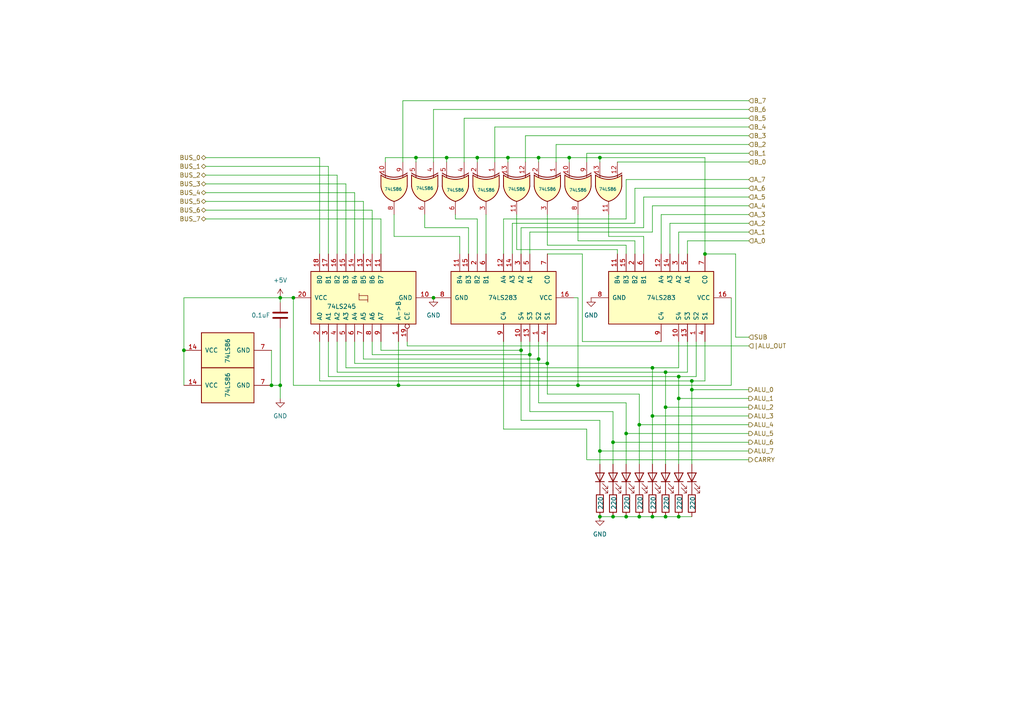
<source format=kicad_sch>
(kicad_sch (version 20231120) (generator "eeschema") (generator_version "8.0")
  (paper "A4")
  (lib_symbols
    (symbol "74xx:74LS245" (pin_names (offset 1.016))
      (property "Reference" "U" (at -7.62 16.51 0))
      (property "Value" "74LS245" (at -7.62 -16.51 0))
      (symbol "74LS245_1_0"
        (polyline (pts (xy -0.635 -1.27) (xy -0.635 1.27) (xy 0.635 1.27)))
        (polyline (pts (xy -1.27 -1.27) (xy 0.635 -1.27) (xy 0.635 1.27) (xy 1.27 1.27)))
        (pin input line (at -12.7 -10.16 0) (length 5.08) (name "A->B") (number "1"))
        (pin power_in line (at 0 -20.32 90) (length 5.08) (name "GND") (number "10"))
        (pin tri_state line (at 12.7 -5.08 180) (length 5.08) (name "B7") (number "11"))
        (pin tri_state line (at 12.7 -2.54 180) (length 5.08) (name "B6") (number "12"))
        (pin tri_state line (at 12.7 0 180) (length 5.08) (name "B5") (number "13"))
        (pin tri_state line (at 12.7 2.54 180) (length 5.08) (name "B4") (number "14"))
        (pin tri_state line (at 12.7 5.08 180) (length 5.08) (name "B3") (number "15"))
        (pin tri_state line (at 12.7 7.62 180) (length 5.08) (name "B2") (number "16"))
        (pin tri_state line (at 12.7 10.16 180) (length 5.08) (name "B1") (number "17"))
        (pin tri_state line (at 12.7 12.7 180) (length 5.08) (name "B0") (number "18"))
        (pin input inverted (at -12.7 -12.7 0) (length 5.08) (name "CE") (number "19"))
        (pin tri_state line (at -12.7 12.7 0) (length 5.08) (name "A0") (number "2"))
        (pin power_in line (at 0 20.32 270) (length 5.08) (name "VCC") (number "20"))
        (pin tri_state line (at -12.7 10.16 0) (length 5.08) (name "A1") (number "3"))
        (pin tri_state line (at -12.7 7.62 0) (length 5.08) (name "A2") (number "4"))
        (pin tri_state line (at -12.7 5.08 0) (length 5.08) (name "A3") (number "5"))
        (pin tri_state line (at -12.7 2.54 0) (length 5.08) (name "A4") (number "6"))
        (pin tri_state line (at -12.7 0 0) (length 5.08) (name "A5") (number "7"))
        (pin tri_state line (at -12.7 -2.54 0) (length 5.08) (name "A6") (number "8"))
        (pin tri_state line (at -12.7 -5.08 0) (length 5.08) (name "A7") (number "9"))
      )
      (symbol "74LS245_1_1"
        (rectangle (start -7.62 15.24) (end 7.62 -15.24) (stroke (width 0.254)) (fill (type background)))
      )
    )
    (symbol "74xx:74LS283" (pin_names (offset 1.016))
      (property "Reference" "U" (at -7.62 16.51 0))
      (property "Value" "74LS283" (at -7.62 -16.51 0))
      (symbol "74LS283_1_0"
        (pin output line (at 12.7 10.16 180) (length 5.08) (name "S2") (number "1"))
        (pin output line (at 12.7 5.08 180) (length 5.08) (name "S4") (number "10"))
        (pin input line (at -12.7 -12.7 0) (length 5.08) (name "B4") (number "11"))
        (pin input line (at -12.7 0 0) (length 5.08) (name "A4") (number "12"))
        (pin output line (at 12.7 7.62 180) (length 5.08) (name "S3") (number "13"))
        (pin input line (at -12.7 2.54 0) (length 5.08) (name "A3") (number "14"))
        (pin input line (at -12.7 -10.16 0) (length 5.08) (name "B3") (number "15"))
        (pin power_in line (at 0 20.32 270) (length 5.08) (name "VCC") (number "16"))
        (pin input line (at -12.7 -7.62 0) (length 5.08) (name "B2") (number "2"))
        (pin input line (at -12.7 5.08 0) (length 5.08) (name "A2") (number "3"))
        (pin output line (at 12.7 12.7 180) (length 5.08) (name "S1") (number "4"))
        (pin input line (at -12.7 7.62 0) (length 5.08) (name "A1") (number "5"))
        (pin input line (at -12.7 -5.08 0) (length 5.08) (name "B1") (number "6"))
        (pin input line (at -12.7 12.7 0) (length 5.08) (name "C0") (number "7"))
        (pin power_in line (at 0 -20.32 90) (length 5.08) (name "GND") (number "8"))
        (pin output line (at 12.7 0 180) (length 5.08) (name "C4") (number "9"))
      )
      (symbol "74LS283_1_1"
        (rectangle (start -7.62 15.24) (end 7.62 -15.24) (stroke (width 0.254)) (fill (type background)))
      )
    )
    (symbol "74xx:74LS86" (pin_names (offset 1.016))
      (property "Reference" "U" (at 0 1.27 0))
      (property "Value" "74LS86" (at 0 -1.27 0))
      (symbol "74LS86_1_0"
        (arc (start -4.4196 -3.81) (mid -3.2033 0) (end -4.4196 3.81) (stroke (width 0.254)))
        (arc (start -3.81 -3.81) (mid -2.589 0) (end -3.81 3.81) (stroke (width 0.254)))
        (arc (start -0.6096 -3.81) (mid 2.1842 -2.5851) (end 3.81 0) (stroke (width 0.254)) (fill (type background)))
        (polyline (pts (xy -3.81 -3.81) (xy -0.635 -3.81)) (stroke (width 0.254)) (fill (type background)))
        (polyline (pts (xy -3.81 3.81) (xy -0.635 3.81)) (stroke (width 0.254)) (fill (type background)))
        (polyline (pts (xy -0.635 3.81) (xy -3.81 3.81) (xy -3.81 3.81) (xy -3.556 3.4036) (xy -3.0226 2.2606) (xy -2.6924 1.0414) (xy -2.6162 -0.254) (xy -2.7686 -1.4986) (xy -3.175 -2.7178) (xy -3.81 -3.81) (xy -3.81 -3.81) (xy -0.635 -3.81)) (stroke (width -25.4)) (fill (type background)))
        (arc (start 3.81 0) (mid 2.1915 2.5936) (end -0.6096 3.81) (stroke (width 0.254)) (fill (type background)))
        (pin input line (at -7.62 2.54 0) (length 4.445) (name "~") (number "1"))
        (pin input line (at -7.62 -2.54 0) (length 4.445) (name "~") (number "2"))
        (pin output line (at 7.62 0 180) (length 3.81) (name "~") (number "3"))
      )
      (symbol "74LS86_1_1"
        (polyline (pts (xy -3.81 -2.54) (xy -3.175 -2.54)) (stroke (width 0.1524)))
        (polyline (pts (xy -3.81 2.54) (xy -3.175 2.54)) (stroke (width 0.1524)))
      )
      (symbol "74LS86_2_0"
        (arc (start -4.4196 -3.81) (mid -3.2033 0) (end -4.4196 3.81) (stroke (width 0.254)))
        (arc (start -3.81 -3.81) (mid -2.589 0) (end -3.81 3.81) (stroke (width 0.254)))
        (arc (start -0.6096 -3.81) (mid 2.1842 -2.5851) (end 3.81 0) (stroke (width 0.254)) (fill (type background)))
        (polyline (pts (xy -3.81 -3.81) (xy -0.635 -3.81)) (stroke (width 0.254)) (fill (type background)))
        (polyline (pts (xy -3.81 3.81) (xy -0.635 3.81)) (stroke (width 0.254)) (fill (type background)))
        (polyline (pts (xy -0.635 3.81) (xy -3.81 3.81) (xy -3.81 3.81) (xy -3.556 3.4036) (xy -3.0226 2.2606) (xy -2.6924 1.0414) (xy -2.6162 -0.254) (xy -2.7686 -1.4986) (xy -3.175 -2.7178) (xy -3.81 -3.81) (xy -3.81 -3.81) (xy -0.635 -3.81)) (stroke (width -25.4)) (fill (type background)))
        (arc (start 3.81 0) (mid 2.1915 2.5936) (end -0.6096 3.81) (stroke (width 0.254)) (fill (type background)))
        (pin input line (at -7.62 2.54 0) (length 4.445) (name "~") (number "4"))
        (pin input line (at -7.62 -2.54 0) (length 4.445) (name "~") (number "5"))
        (pin output line (at 7.62 0 180) (length 3.81) (name "~") (number "6"))
      )
      (symbol "74LS86_2_1"
        (polyline (pts (xy -3.81 -2.54) (xy -3.175 -2.54)) (stroke (width 0.1524)))
        (polyline (pts (xy -3.81 2.54) (xy -3.175 2.54)) (stroke (width 0.1524)))
      )
      (symbol "74LS86_3_0"
        (arc (start -4.4196 -3.81) (mid -3.2033 0) (end -4.4196 3.81) (stroke (width 0.254)))
        (arc (start -3.81 -3.81) (mid -2.589 0) (end -3.81 3.81) (stroke (width 0.254)))
        (arc (start -0.6096 -3.81) (mid 2.1842 -2.5851) (end 3.81 0) (stroke (width 0.254)) (fill (type background)))
        (polyline (pts (xy -3.81 -3.81) (xy -0.635 -3.81)) (stroke (width 0.254)) (fill (type background)))
        (polyline (pts (xy -3.81 3.81) (xy -0.635 3.81)) (stroke (width 0.254)) (fill (type background)))
        (polyline (pts (xy -0.635 3.81) (xy -3.81 3.81) (xy -3.81 3.81) (xy -3.556 3.4036) (xy -3.0226 2.2606) (xy -2.6924 1.0414) (xy -2.6162 -0.254) (xy -2.7686 -1.4986) (xy -3.175 -2.7178) (xy -3.81 -3.81) (xy -3.81 -3.81) (xy -0.635 -3.81)) (stroke (width -25.4)) (fill (type background)))
        (arc (start 3.81 0) (mid 2.1915 2.5936) (end -0.6096 3.81) (stroke (width 0.254)) (fill (type background)))
        (pin input line (at -7.62 -2.54 0) (length 4.445) (name "~") (number "10"))
        (pin output line (at 7.62 0 180) (length 3.81) (name "~") (number "8"))
        (pin input line (at -7.62 2.54 0) (length 4.445) (name "~") (number "9"))
      )
      (symbol "74LS86_3_1"
        (polyline (pts (xy -3.81 -2.54) (xy -3.175 -2.54)) (stroke (width 0.1524)))
        (polyline (pts (xy -3.81 2.54) (xy -3.175 2.54)) (stroke (width 0.1524)))
      )
      (symbol "74LS86_4_0"
        (arc (start -4.4196 -3.81) (mid -3.2033 0) (end -4.4196 3.81) (stroke (width 0.254)))
        (arc (start -3.81 -3.81) (mid -2.589 0) (end -3.81 3.81) (stroke (width 0.254)))
        (arc (start -0.6096 -3.81) (mid 2.1842 -2.5851) (end 3.81 0) (stroke (width 0.254)) (fill (type background)))
        (polyline (pts (xy -3.81 -3.81) (xy -0.635 -3.81)) (stroke (width 0.254)) (fill (type background)))
        (polyline (pts (xy -3.81 3.81) (xy -0.635 3.81)) (stroke (width 0.254)) (fill (type background)))
        (polyline (pts (xy -0.635 3.81) (xy -3.81 3.81) (xy -3.81 3.81) (xy -3.556 3.4036) (xy -3.0226 2.2606) (xy -2.6924 1.0414) (xy -2.6162 -0.254) (xy -2.7686 -1.4986) (xy -3.175 -2.7178) (xy -3.81 -3.81) (xy -3.81 -3.81) (xy -0.635 -3.81)) (stroke (width -25.4)) (fill (type background)))
        (arc (start 3.81 0) (mid 2.1915 2.5936) (end -0.6096 3.81) (stroke (width 0.254)) (fill (type background)))
        (pin output line (at 7.62 0 180) (length 3.81) (name "~") (number "11"))
        (pin input line (at -7.62 2.54 0) (length 4.445) (name "~") (number "12"))
        (pin input line (at -7.62 -2.54 0) (length 4.445) (name "~") (number "13"))
      )
      (symbol "74LS86_4_1"
        (polyline (pts (xy -3.81 -2.54) (xy -3.175 -2.54)) (stroke (width 0.1524)))
        (polyline (pts (xy -3.81 2.54) (xy -3.175 2.54)) (stroke (width 0.1524)))
      )
      (symbol "74LS86_5_0"
        (pin power_in line (at 0 12.7 270) (length 5.08) (name "VCC") (number "14"))
        (pin power_in line (at 0 -12.7 90) (length 5.08) (name "GND") (number "7"))
      )
      (symbol "74LS86_5_1"
        (rectangle (start -5.08 7.62) (end 5.08 -7.62) (stroke (width 0.254)) (fill (type background)))
      )
    )
    (symbol "Device:C" (pin_numbers hide) (pin_names (offset 0.254))
      (property "Reference" "C" (at 0.635 2.54 0))
      (property "Value" "C" (at 0.635 -2.54 0))
      (symbol "C_0_1"
        (polyline (pts (xy -2.032 -0.762) (xy 2.032 -0.762)) (stroke (width 0.508)))
        (polyline (pts (xy -2.032 0.762) (xy 2.032 0.762)) (stroke (width 0.508)))
      )
      (symbol "C_1_1"
        (pin passive line (at 0 3.81 270) (length 2.794) (name "~") (number "1"))
        (pin passive line (at 0 -3.81 90) (length 2.794) (name "~") (number "2"))
      )
    )
    (symbol "Device:LED" (pin_numbers hide) (pin_names (offset 1.016) hide)
      (property "Reference" "D" (at 0 2.54 0))
      (property "Value" "LED" (at 0 -2.54 0))
      (symbol "LED_0_1"
        (polyline (pts (xy -1.27 -1.27) (xy -1.27 1.27)) (stroke (width 0.254)))
        (polyline (pts (xy -1.27 0) (xy 1.27 0)))
        (polyline (pts (xy 1.27 -1.27) (xy 1.27 1.27) (xy -1.27 0) (xy 1.27 -1.27)) (stroke (width 0.254)))
        (polyline (pts (xy -3.048 -0.762) (xy -4.572 -2.286) (xy -3.81 -2.286) (xy -4.572 -2.286) (xy -4.572 -1.524)))
        (polyline (pts (xy -1.778 -0.762) (xy -3.302 -2.286) (xy -2.54 -2.286) (xy -3.302 -2.286) (xy -3.302 -1.524)))
      )
      (symbol "LED_1_1"
        (pin passive line (at -3.81 0 0) (length 2.54) (name "K") (number "1"))
        (pin passive line (at 3.81 0 180) (length 2.54) (name "A") (number "2"))
      )
    )
    (symbol "Device:R" (pin_numbers hide) (pin_names (offset 0))
      (property "Reference" "R" (at 2.032 0 90))
      (property "Value" "R" (at 0 0 90))
      (symbol "R_0_1"
        (rectangle (start -1.016 -2.54) (end 1.016 2.54) (stroke (width 0.254)))
      )
      (symbol "R_1_1"
        (pin passive line (at 0 3.81 270) (length 1.27) (name "~") (number "1"))
        (pin passive line (at 0 -3.81 90) (length 1.27) (name "~") (number "2"))
      )
    )
    (symbol "power:+5V" (power) (pin_numbers hide) (pin_names (offset 0) hide)
      (property "Value" "+5V" (at 0 3.556 0))
      (symbol "+5V_0_1"
        (polyline (pts (xy -0.762 1.27) (xy 0 2.54)))
        (polyline (pts (xy 0 0) (xy 0 2.54)))
        (polyline (pts (xy 0 2.54) (xy 0.762 1.27)))
      )
      (symbol "+5V_1_1"
        (pin power_in line (at 0 0 90) (length 0) (name "~") (number "1"))
      )
    )
    (symbol "power:GND" (power) (pin_numbers hide) (pin_names (offset 0) hide)
      (property "Value" "GND" (at 0 -3.81 0))
      (symbol "GND_0_1"
        (polyline (pts (xy 0 0) (xy 0 -1.27) (xy 1.27 -1.27) (xy 0 -2.54) (xy -1.27 -1.27) (xy 0 -1.27)))
      )
      (symbol "GND_1_1"
        (pin power_in line (at 0 0 270) (length 0) (name "~") (number "1"))
      )
    )
  )
  (junction (at 138.43 45.72))
  (junction (at 185.42 149.86))
  (junction (at 173.99 149.86))
  (junction (at 53.34 101.6))
  (junction (at 185.42 123.19))
  (junction (at 78.74 111.76))
  (junction (at 125.73 86.36))
  (junction (at 151.13 101.6))
  (junction (at 173.99 45.72))
  (junction (at 177.8 128.27))
  (junction (at 196.85 109.22))
  (junction (at 85.09 86.36))
  (junction (at 156.21 45.72))
  (junction (at 158.75 105.41))
  (junction (at 200.66 113.03))
  (junction (at 193.04 149.86))
  (junction (at 204.47 73.66))
  (junction (at 189.23 149.86))
  (junction (at 81.28 86.36))
  (junction (at 181.61 149.86))
  (junction (at 200.66 110.49))
  (junction (at 129.54 45.72))
  (junction (at 189.23 120.65))
  (junction (at 177.8 149.86))
  (junction (at 156.21 104.14))
  (junction (at 173.99 130.81))
  (junction (at 81.28 111.76))
  (junction (at 189.23 106.68))
  (junction (at 165.1 45.72))
  (junction (at 153.67 102.87))
  (junction (at 167.64 111.76))
  (junction (at 193.04 118.11))
  (junction (at 181.61 125.73))
  (junction (at 147.32 45.72))
  (junction (at 193.04 107.95))
  (junction (at 196.85 149.86))
  (junction (at 115.57 111.76))
  (junction (at 196.85 115.57))
  (junction (at 120.65 45.72))
  (wire (pts (xy 140.97 62.23) (xy 140.97 73.66)))
  (wire (pts (xy 152.4 39.37) (xy 217.17 39.37)))
  (wire (pts (xy 151.13 73.66) (xy 151.13 66.04)))
  (wire (pts (xy 167.64 62.23) (xy 167.64 69.85)))
  (wire (pts (xy 167.64 86.36) (xy 167.64 111.76)))
  (wire (pts (xy 213.36 97.79) (xy 213.36 73.66)))
  (wire (pts (xy 158.75 105.41) (xy 158.75 114.3)))
  (wire (pts (xy 170.18 133.35) (xy 217.17 133.35)))
  (wire (pts (xy 177.8 119.38) (xy 177.8 128.27)))
  (wire (pts (xy 204.47 99.06) (xy 204.47 110.49)))
  (wire (pts (xy 148.59 73.66) (xy 148.59 64.77)))
  (wire (pts (xy 158.75 71.12) (xy 158.75 62.23)))
  (wire (pts (xy 156.21 104.14) (xy 156.21 99.06)))
  (wire (pts (xy 114.3 68.58) (xy 114.3 62.23)))
  (wire (pts (xy 53.34 86.36) (xy 53.34 101.6)))
  (wire (pts (xy 173.99 149.86) (xy 177.8 149.86)))
  (wire (pts (xy 191.77 62.23) (xy 217.17 62.23)))
  (wire (pts (xy 59.69 45.72) (xy 92.71 45.72)))
  (wire (pts (xy 181.61 52.07) (xy 217.17 52.07)))
  (wire (pts (xy 170.18 46.99) (xy 170.18 44.45)))
  (wire (pts (xy 153.67 73.66) (xy 153.67 67.31)))
  (wire (pts (xy 115.57 111.76) (xy 167.64 111.76)))
  (wire (pts (xy 193.04 118.11) (xy 193.04 134.62)))
  (wire (pts (xy 196.85 99.06) (xy 196.85 106.68)))
  (wire (pts (xy 193.04 118.11) (xy 217.17 118.11)))
  (wire (pts (xy 189.23 120.65) (xy 217.17 120.65)))
  (wire (pts (xy 92.71 110.49) (xy 200.66 110.49)))
  (wire (pts (xy 217.17 97.79) (xy 213.36 97.79)))
  (wire (pts (xy 186.69 68.58) (xy 186.69 73.66)))
  (wire (pts (xy 191.77 99.06) (xy 168.91 99.06)))
  (wire (pts (xy 111.76 45.72) (xy 111.76 46.99)))
  (wire (pts (xy 181.61 116.84) (xy 181.61 125.73)))
  (wire (pts (xy 135.89 66.04) (xy 123.19 66.04)))
  (wire (pts (xy 59.69 55.88) (xy 102.87 55.88)))
  (wire (pts (xy 191.77 73.66) (xy 191.77 62.23)))
  (wire (pts (xy 173.99 45.72) (xy 165.1 45.72)))
  (wire (pts (xy 200.66 113.03) (xy 200.66 134.62)))
  (wire (pts (xy 147.32 45.72) (xy 138.43 45.72)))
  (wire (pts (xy 181.61 125.73) (xy 181.61 134.62)))
  (wire (pts (xy 189.23 106.68) (xy 189.23 120.65)))
  (wire (pts (xy 186.69 57.15) (xy 217.17 57.15)))
  (wire (pts (xy 105.41 58.42) (xy 105.41 73.66)))
  (wire (pts (xy 184.15 64.77) (xy 184.15 54.61)))
  (wire (pts (xy 105.41 104.14) (xy 156.21 104.14)))
  (wire (pts (xy 156.21 116.84) (xy 181.61 116.84)))
  (wire (pts (xy 201.93 109.22) (xy 201.93 99.06)))
  (wire (pts (xy 116.84 29.21) (xy 217.17 29.21)))
  (wire (pts (xy 165.1 45.72) (xy 156.21 45.72)))
  (wire (pts (xy 184.15 69.85) (xy 184.15 73.66)))
  (wire (pts (xy 204.47 73.66) (xy 213.36 73.66)))
  (wire (pts (xy 143.51 46.99) (xy 143.51 36.83)))
  (wire (pts (xy 146.05 99.06) (xy 146.05 124.46)))
  (wire (pts (xy 185.42 123.19) (xy 185.42 134.62)))
  (wire (pts (xy 185.42 123.19) (xy 217.17 123.19)))
  (wire (pts (xy 53.34 86.36) (xy 81.28 86.36)))
  (wire (pts (xy 59.69 53.34) (xy 100.33 53.34)))
  (wire (pts (xy 199.39 107.95) (xy 199.39 99.06)))
  (wire (pts (xy 92.71 45.72) (xy 92.71 73.66)))
  (wire (pts (xy 53.34 101.6) (xy 53.34 111.76)))
  (wire (pts (xy 173.99 45.72) (xy 204.47 45.72)))
  (wire (pts (xy 143.51 36.83) (xy 217.17 36.83)))
  (wire (pts (xy 153.67 99.06) (xy 153.67 102.87)))
  (wire (pts (xy 118.11 100.33) (xy 118.11 99.06)))
  (wire (pts (xy 149.86 72.39) (xy 149.86 62.23)))
  (wire (pts (xy 196.85 109.22) (xy 201.93 109.22)))
  (wire (pts (xy 156.21 116.84) (xy 156.21 104.14)))
  (wire (pts (xy 100.33 99.06) (xy 100.33 106.68)))
  (wire (pts (xy 153.67 102.87) (xy 153.67 119.38)))
  (wire (pts (xy 194.31 73.66) (xy 194.31 64.77)))
  (wire (pts (xy 176.53 68.58) (xy 186.69 68.58)))
  (wire (pts (xy 78.74 101.6) (xy 78.74 111.76)))
  (wire (pts (xy 81.28 86.36) (xy 85.09 86.36)))
  (wire (pts (xy 110.49 63.5) (xy 110.49 73.66)))
  (wire (pts (xy 185.42 114.3) (xy 185.42 123.19)))
  (wire (pts (xy 170.18 124.46) (xy 170.18 133.35)))
  (wire (pts (xy 125.73 31.75) (xy 217.17 31.75)))
  (wire (pts (xy 212.09 86.36) (xy 212.09 111.76)))
  (wire (pts (xy 200.66 110.49) (xy 200.66 113.03)))
  (wire (pts (xy 146.05 63.5) (xy 181.61 63.5)))
  (wire (pts (xy 59.69 50.8) (xy 97.79 50.8)))
  (wire (pts (xy 138.43 45.72) (xy 138.43 46.99)))
  (wire (pts (xy 193.04 149.86) (xy 196.85 149.86)))
  (wire (pts (xy 189.23 106.68) (xy 196.85 106.68)))
  (wire (pts (xy 181.61 73.66) (xy 181.61 71.12)))
  (wire (pts (xy 161.29 46.99) (xy 161.29 41.91)))
  (wire (pts (xy 158.75 114.3) (xy 185.42 114.3)))
  (wire (pts (xy 153.67 67.31) (xy 189.23 67.31)))
  (wire (pts (xy 173.99 130.81) (xy 217.17 130.81)))
  (wire (pts (xy 189.23 120.65) (xy 189.23 134.62)))
  (wire (pts (xy 184.15 54.61) (xy 217.17 54.61)))
  (wire (pts (xy 165.1 45.72) (xy 165.1 46.99)))
  (wire (pts (xy 135.89 73.66) (xy 135.89 66.04)))
  (wire (pts (xy 107.95 102.87) (xy 153.67 102.87)))
  (wire (pts (xy 194.31 64.77) (xy 217.17 64.77)))
  (wire (pts (xy 196.85 149.86) (xy 200.66 149.86)))
  (wire (pts (xy 95.25 48.26) (xy 95.25 73.66)))
  (wire (pts (xy 152.4 46.99) (xy 152.4 39.37)))
  (wire (pts (xy 151.13 66.04) (xy 186.69 66.04)))
  (wire (pts (xy 196.85 115.57) (xy 217.17 115.57)))
  (wire (pts (xy 102.87 105.41) (xy 158.75 105.41)))
  (wire (pts (xy 97.79 107.95) (xy 193.04 107.95)))
  (wire (pts (xy 138.43 63.5) (xy 132.08 63.5)))
  (wire (pts (xy 133.35 73.66) (xy 133.35 68.58)))
  (wire (pts (xy 146.05 63.5) (xy 146.05 73.66)))
  (wire (pts (xy 148.59 64.77) (xy 184.15 64.77)))
  (wire (pts (xy 199.39 73.66) (xy 199.39 69.85)))
  (wire (pts (xy 179.07 46.99) (xy 217.17 46.99)))
  (wire (pts (xy 181.61 149.86) (xy 185.42 149.86)))
  (wire (pts (xy 59.69 48.26) (xy 95.25 48.26)))
  (wire (pts (xy 179.07 73.66) (xy 179.07 72.39)))
  (wire (pts (xy 129.54 45.72) (xy 120.65 45.72)))
  (wire (pts (xy 156.21 45.72) (xy 156.21 46.99)))
  (wire (pts (xy 110.49 99.06) (xy 110.49 101.6)))
  (wire (pts (xy 168.91 73.66) (xy 158.75 73.66)))
  (wire (pts (xy 189.23 149.86) (xy 193.04 149.86)))
  (wire (pts (xy 199.39 69.85) (xy 217.17 69.85)))
  (wire (pts (xy 186.69 66.04) (xy 186.69 57.15)))
  (wire (pts (xy 179.07 72.39) (xy 149.86 72.39)))
  (wire (pts (xy 134.62 46.99) (xy 134.62 34.29)))
  (wire (pts (xy 200.66 110.49) (xy 204.47 110.49)))
  (wire (pts (xy 85.09 111.76) (xy 115.57 111.76)))
  (wire (pts (xy 151.13 99.06) (xy 151.13 101.6)))
  (wire (pts (xy 168.91 99.06) (xy 168.91 73.66)))
  (wire (pts (xy 167.64 69.85) (xy 184.15 69.85)))
  (wire (pts (xy 200.66 113.03) (xy 217.17 113.03)))
  (wire (pts (xy 147.32 45.72) (xy 147.32 46.99)))
  (wire (pts (xy 97.79 50.8) (xy 97.79 73.66)))
  (wire (pts (xy 196.85 73.66) (xy 196.85 67.31)))
  (wire (pts (xy 177.8 149.86) (xy 181.61 149.86)))
  (wire (pts (xy 105.41 104.14) (xy 105.41 99.06)))
  (wire (pts (xy 138.43 73.66) (xy 138.43 63.5)))
  (wire (pts (xy 123.19 66.04) (xy 123.19 62.23)))
  (wire (pts (xy 129.54 45.72) (xy 129.54 46.99)))
  (wire (pts (xy 173.99 46.99) (xy 173.99 45.72)))
  (wire (pts (xy 151.13 101.6) (xy 151.13 121.92)))
  (wire (pts (xy 115.57 99.06) (xy 115.57 111.76)))
  (wire (pts (xy 100.33 53.34) (xy 100.33 73.66)))
  (wire (pts (xy 59.69 63.5) (xy 110.49 63.5)))
  (wire (pts (xy 167.64 86.36) (xy 166.37 86.36)))
  (wire (pts (xy 118.11 100.33) (xy 217.17 100.33)))
  (wire (pts (xy 134.62 34.29) (xy 217.17 34.29)))
  (wire (pts (xy 81.28 95.25) (xy 81.28 111.76)))
  (wire (pts (xy 132.08 63.5) (xy 132.08 62.23)))
  (wire (pts (xy 107.95 99.06) (xy 107.95 102.87)))
  (wire (pts (xy 181.61 63.5) (xy 181.61 52.07)))
  (wire (pts (xy 161.29 41.91) (xy 217.17 41.91)))
  (wire (pts (xy 196.85 67.31) (xy 217.17 67.31)))
  (wire (pts (xy 116.84 46.99) (xy 116.84 29.21)))
  (wire (pts (xy 102.87 55.88) (xy 102.87 73.66)))
  (wire (pts (xy 85.09 86.36) (xy 85.09 111.76)))
  (wire (pts (xy 185.42 149.86) (xy 189.23 149.86)))
  (wire (pts (xy 153.67 119.38) (xy 177.8 119.38)))
  (wire (pts (xy 100.33 106.68) (xy 189.23 106.68)))
  (wire (pts (xy 81.28 111.76) (xy 81.28 115.57)))
  (wire (pts (xy 181.61 125.73) (xy 217.17 125.73)))
  (wire (pts (xy 138.43 45.72) (xy 129.54 45.72)))
  (wire (pts (xy 176.53 62.23) (xy 176.53 68.58)))
  (wire (pts (xy 110.49 101.6) (xy 151.13 101.6)))
  (wire (pts (xy 81.28 86.36) (xy 81.28 87.63)))
  (wire (pts (xy 158.75 99.06) (xy 158.75 105.41)))
  (wire (pts (xy 196.85 109.22) (xy 196.85 115.57)))
  (wire (pts (xy 193.04 107.95) (xy 199.39 107.95)))
  (wire (pts (xy 107.95 60.96) (xy 107.95 73.66)))
  (wire (pts (xy 156.21 45.72) (xy 147.32 45.72)))
  (wire (pts (xy 92.71 110.49) (xy 92.71 99.06)))
  (wire (pts (xy 173.99 130.81) (xy 173.99 134.62)))
  (wire (pts (xy 189.23 67.31) (xy 189.23 59.69)))
  (wire (pts (xy 97.79 99.06) (xy 97.79 107.95)))
  (wire (pts (xy 204.47 73.66) (xy 204.47 45.72)))
  (wire (pts (xy 133.35 68.58) (xy 114.3 68.58)))
  (wire (pts (xy 189.23 59.69) (xy 217.17 59.69)))
  (wire (pts (xy 177.8 128.27) (xy 177.8 134.62)))
  (wire (pts (xy 120.65 45.72) (xy 111.76 45.72)))
  (wire (pts (xy 120.65 45.72) (xy 120.65 46.99)))
  (wire (pts (xy 59.69 60.96) (xy 107.95 60.96)))
  (wire (pts (xy 177.8 128.27) (xy 217.17 128.27)))
  (wire (pts (xy 170.18 44.45) (xy 217.17 44.45)))
  (wire (pts (xy 167.64 111.76) (xy 212.09 111.76)))
  (wire (pts (xy 193.04 107.95) (xy 193.04 118.11)))
  (wire (pts (xy 95.25 99.06) (xy 95.25 109.22)))
  (wire (pts (xy 146.05 124.46) (xy 170.18 124.46)))
  (wire (pts (xy 151.13 121.92) (xy 173.99 121.92)))
  (wire (pts (xy 125.73 46.99) (xy 125.73 31.75)))
  (wire (pts (xy 78.74 111.76) (xy 81.28 111.76)))
  (wire (pts (xy 173.99 121.92) (xy 173.99 130.81)))
  (wire (pts (xy 95.25 109.22) (xy 196.85 109.22)))
  (wire (pts (xy 59.69 58.42) (xy 105.41 58.42)))
  (wire (pts (xy 181.61 71.12) (xy 158.75 71.12)))
  (wire (pts (xy 102.87 105.41) (xy 102.87 99.06)))
  (wire (pts (xy 196.85 115.57) (xy 196.85 134.62)))
  (hierarchical_label "A_4" (shape input) (at 217.17 59.69 0))
  (hierarchical_label "A_6" (shape input) (at 217.17 54.61 0))
  (hierarchical_label "ALU_4" (shape output) (at 217.17 123.19 0))
  (hierarchical_label "BUS_1" (shape bidirectional) (at 59.69 48.26 180))
  (hierarchical_label "B_4" (shape input) (at 217.17 36.83 0))
  (hierarchical_label "ALU_0" (shape output) (at 217.17 113.03 0))
  (hierarchical_label "B_3" (shape input) (at 217.17 39.37 0))
  (hierarchical_label "B_5" (shape input) (at 217.17 34.29 0))
  (hierarchical_label "A_1" (shape input) (at 217.17 67.31 0))
  (hierarchical_label "A_0" (shape input) (at 217.17 69.85 0))
  (hierarchical_label "B_7" (shape input) (at 217.17 29.21 0))
  (hierarchical_label "|ALU_OUT" (shape input) (at 217.17 100.33 0))
  (hierarchical_label "BUS_7" (shape bidirectional) (at 59.69 63.5 180))
  (hierarchical_label "BUS_3" (shape bidirectional) (at 59.69 53.34 180))
  (hierarchical_label "A_5" (shape input) (at 217.17 57.15 0))
  (hierarchical_label "ALU_2" (shape output) (at 217.17 118.11 0))
  (hierarchical_label "BUS_4" (shape bidirectional) (at 59.69 55.88 180))
  (hierarchical_label "BUS_2" (shape bidirectional) (at 59.69 50.8 180))
  (hierarchical_label "B_6" (shape input) (at 217.17 31.75 0))
  (hierarchical_label "B_2" (shape input) (at 217.17 41.91 0))
  (hierarchical_label "ALU_1" (shape output) (at 217.17 115.57 0))
  (hierarchical_label "BUS_5" (shape bidirectional) (at 59.69 58.42 180))
  (hierarchical_label "A_7" (shape input) (at 217.17 52.07 0))
  (hierarchical_label "SUB" (shape input) (at 217.17 97.79 0))
  (hierarchical_label "ALU_5" (shape output) (at 217.17 125.73 0))
  (hierarchical_label "ALU_6" (shape output) (at 217.17 128.27 0))
  (hierarchical_label "A_3" (shape input) (at 217.17 62.23 0))
  (hierarchical_label "ALU_7" (shape output) (at 217.17 130.81 0))
  (hierarchical_label "ALU_3" (shape output) (at 217.17 120.65 0))
  (hierarchical_label "A_2" (shape input) (at 217.17 64.77 0))
  (hierarchical_label "BUS_0" (shape bidirectional) (at 59.69 45.72 180))
  (hierarchical_label "BUS_6" (shape bidirectional) (at 59.69 60.96 180))
  (hierarchical_label "B_1" (shape input) (at 217.17 44.45 0))
  (hierarchical_label "B_0" (shape input) (at 217.17 46.99 0))
  (hierarchical_label "CARRY" (shape output) (at 217.17 133.35 0))
  (symbol (lib_id "Device:LED") (at 173.99 138.43 90) (unit 1)
    (property "Reference" "D1" (effects (hide yes)))
    (property "Value" "LED" (effects (hide yes)))
    (property "Description" "Light emitting diode" (effects (hide yes)))
  )
  (symbol (lib_id "power:GND") (at 125.73 86.36 0) (unit 1)
    (property "Reference" "#PWR03" (effects (hide yes)))
    (property "Value" "GND" (at 125.73 91.44 0))
    (property "Description" "Power symbol creates a global label with name \"GND\" , ground" (effects (hide yes)))
  )
  (symbol (lib_id "74xx:74LS86") (at 114.3 54.61 270) (unit 3)
    (property "Reference" "U4" (effects (hide yes)))
    (property "Value" "74LS86" (at 114.046 54.864 90) (effects (font (size 0.889 0.889))))
    (property "Datasheet" "74xx/74ls86.pdf" (effects (hide yes)))
    (property "Description" "Quad 2-input XOR" (effects (hide yes)))
  )
  (symbol (lib_id "Device:R") (at 177.8 146.05 0) (unit 1)
    (property "Reference" "R2" (effects (hide yes)))
    (property "Value" "220" (at 178.054 147.828 90) (effects (justify left)))
    (property "Description" "Resistor" (effects (hide yes)))
  )
  (symbol (lib_id "Device:LED") (at 185.42 138.43 90) (unit 1)
    (property "Reference" "D4" (effects (hide yes)))
    (property "Value" "LED" (effects (hide yes)))
    (property "Description" "Light emitting diode" (effects (hide yes)))
  )
  (symbol (lib_id "74xx:74LS86") (at 176.53 54.61 270) (unit 4)
    (property "Reference" "U5" (effects (hide yes)))
    (property "Value" "74LS86" (at 176.276 54.864 90) (effects (font (size 0.889 0.889))))
    (property "Datasheet" "74xx/74ls86.pdf" (effects (hide yes)))
    (property "Description" "Quad 2-input XOR" (effects (hide yes)))
  )
  (symbol (lib_id "74xx:74LS86") (at 149.86 54.61 270) (unit 4)
    (property "Reference" "U4" (effects (hide yes)))
    (property "Value" "74LS86" (at 149.86 54.864 90) (effects (font (size 0.889 0.889))))
    (property "Datasheet" "74xx/74ls86.pdf" (effects (hide yes)))
    (property "Description" "Quad 2-input XOR" (effects (hide yes)))
  )
  (symbol (lib_id "74xx:74LS86") (at 132.08 54.61 270) (unit 2)
    (property "Reference" "U5" (effects (hide yes)))
    (property "Value" "74LS86" (at 132.08 55.118 90) (effects (font (size 0.889 0.889))))
    (property "Datasheet" "74xx/74ls86.pdf" (effects (hide yes)))
    (property "Description" "Quad 2-input XOR" (effects (hide yes)))
  )
  (symbol (lib_id "Device:R") (at 181.61 146.05 0) (unit 1)
    (property "Reference" "R3" (effects (hide yes)))
    (property "Value" "220" (at 181.864 147.828 90) (effects (justify left)))
    (property "Description" "Resistor" (effects (hide yes)))
  )
  (symbol (lib_id "power:GND") (at 171.45 86.36 0) (unit 1)
    (property "Reference" "#PWR04" (effects (hide yes)))
    (property "Value" "GND" (at 171.45 91.44 0))
    (property "Description" "Power symbol creates a global label with name \"GND\" , ground" (effects (hide yes)))
  )
  (symbol (lib_id "74xx:74LS86") (at 66.04 111.76 90) (unit 5)
    (property "Reference" "U5" (effects (hide yes)))
    (property "Value" "74LS86" (at 66.04 115.316 0) (effects (justify left)))
    (property "Datasheet" "74xx/74ls86.pdf" (effects (hide yes)))
    (property "Description" "Quad 2-input XOR" (effects (hide yes)))
  )
  (symbol (lib_id "Device:R") (at 173.99 146.05 0) (unit 1)
    (property "Reference" "R1" (effects (hide yes)))
    (property "Value" "220" (at 174.244 147.828 90) (effects (justify left)))
    (property "Description" "Resistor" (effects (hide yes)))
  )
  (symbol (lib_id "74xx:74LS86") (at 167.64 54.61 270) (unit 3)
    (property "Reference" "U5" (effects (hide yes)))
    (property "Value" "74LS86" (at 167.64 55.118 90) (effects (font (size 0.889 0.889))))
    (property "Datasheet" "74xx/74ls86.pdf" (effects (hide yes)))
    (property "Description" "Quad 2-input XOR" (effects (hide yes)))
  )
  (symbol (lib_id "Device:R") (at 196.85 146.05 0) (unit 1)
    (property "Reference" "R7" (effects (hide yes)))
    (property "Value" "220" (at 197.104 147.828 90) (effects (justify left)))
    (property "Description" "Resistor" (effects (hide yes)))
  )
  (symbol (lib_id "Device:C") (at 81.28 91.44 0) (unit 1)
    (property "Reference" "C1" (effects (hide yes)))
    (property "Value" "0.1uF" (at 72.898 91.44 0) (effects (justify left)))
    (property "Description" "Unpolarized capacitor" (effects (hide yes)))
  )
  (symbol (lib_id "74xx:74LS86") (at 158.75 54.61 270) (unit 1)
    (property "Reference" "U5" (effects (hide yes)))
    (property "Value" "74LS86" (at 158.75 54.864 90) (effects (font (size 0.889 0.889))))
    (property "Datasheet" "74xx/74ls86.pdf" (effects (hide yes)))
    (property "Description" "Quad 2-input XOR" (effects (hide yes)))
  )
  (symbol (lib_id "74xx:74LS86") (at 140.97 54.61 270) (unit 1)
    (property "Reference" "U4" (effects (hide yes)))
    (property "Value" "74LS86" (at 140.97 55.118 90) (effects (font (size 0.889 0.889))))
    (property "Datasheet" "74xx/74ls86.pdf" (effects (hide yes)))
    (property "Description" "Quad 2-input XOR" (effects (hide yes)))
  )
  (symbol (lib_id "Device:LED") (at 181.61 138.43 90) (unit 1)
    (property "Reference" "D3" (effects (hide yes)))
    (property "Value" "LED" (effects (hide yes)))
    (property "Description" "Light emitting diode" (effects (hide yes)))
  )
  (symbol (lib_id "74xx:74LS283") (at 146.05 86.36 270) (unit 1)
    (property "Reference" "U1" (effects (hide yes)))
    (property "Value" "74LS283" (at 145.796 86.36 90))
    (property "Datasheet" "http://www.ti.com/lit/gpn/sn74LS283" (effects (hide yes)))
    (property "Description" "4-bit full Adder" (effects (hide yes)))
  )
  (symbol (lib_id "74xx:74LS245") (at 105.41 86.36 90) (unit 1)
    (property "Reference" "U3" (effects (hide yes)))
    (property "Value" "74LS245" (at 99.06 88.9 90))
    (property "Datasheet" "http://www.ti.com/lit/gpn/sn74LS245" (effects (hide yes)))
    (property "Description" "Octal BUS Transceivers, 3-State outputs" (effects (hide yes)))
  )
  (symbol (lib_id "Device:LED") (at 200.66 138.43 90) (unit 1)
    (property "Reference" "D8" (effects (hide yes)))
    (property "Value" "LED" (effects (hide yes)))
    (property "Description" "Light emitting diode" (effects (hide yes)))
  )
  (symbol (lib_id "Device:R") (at 189.23 146.05 0) (unit 1)
    (property "Reference" "R5" (effects (hide yes)))
    (property "Value" "220" (at 189.484 147.828 90) (effects (justify left)))
    (property "Description" "Resistor" (effects (hide yes)))
  )
  (symbol (lib_id "74xx:74LS283") (at 191.77 86.36 270) (unit 1)
    (property "Reference" "U2" (effects (hide yes)))
    (property "Value" "74LS283" (at 191.77 86.36 90))
    (property "Datasheet" "http://www.ti.com/lit/gpn/sn74LS283" (effects (hide yes)))
    (property "Description" "4-bit full Adder" (effects (hide yes)))
  )
  (symbol (lib_id "Device:R") (at 193.04 146.05 0) (unit 1)
    (property "Reference" "R6" (effects (hide yes)))
    (property "Value" "220" (at 193.294 147.828 90) (effects (justify left)))
    (property "Description" "Resistor" (effects (hide yes)))
  )
  (symbol (lib_id "74xx:74LS86") (at 66.04 101.6 90) (unit 5)
    (property "Reference" "U4" (effects (hide yes)))
    (property "Value" "74LS86" (at 66.04 105.41 0) (effects (justify left)))
    (property "Datasheet" "74xx/74ls86.pdf" (effects (hide yes)))
    (property "Description" "Quad 2-input XOR" (effects (hide yes)))
  )
  (symbol (lib_id "Device:LED") (at 196.85 138.43 90) (unit 1)
    (property "Reference" "D7" (effects (hide yes)))
    (property "Value" "LED" (effects (hide yes)))
    (property "Description" "Light emitting diode" (effects (hide yes)))
  )
  (symbol (lib_id "Device:R") (at 185.42 146.05 0) (unit 1)
    (property "Reference" "R4" (effects (hide yes)))
    (property "Value" "220" (at 185.674 147.828 90) (effects (justify left)))
    (property "Description" "Resistor" (effects (hide yes)))
  )
  (symbol (lib_id "74xx:74LS86") (at 123.19 54.61 270) (unit 2)
    (property "Reference" "U4" (effects (hide yes)))
    (property "Value" "74LS86" (at 123.19 54.61 90) (effects (font (size 0.889 0.889))))
    (property "Datasheet" "74xx/74ls86.pdf" (effects (hide yes)))
    (property "Description" "Quad 2-input XOR" (effects (hide yes)))
  )
  (symbol (lib_id "Device:LED") (at 177.8 138.43 90) (unit 1)
    (property "Reference" "D2" (effects (hide yes)))
    (property "Value" "LED" (effects (hide yes)))
    (property "Description" "Light emitting diode" (effects (hide yes)))
  )
  (symbol (lib_id "power:GND") (at 81.28 115.57 0) (unit 1)
    (property "Reference" "#PWR01" (effects (hide yes)))
    (property "Value" "GND" (at 81.28 120.65 0))
    (property "Description" "Power symbol creates a global label with name \"GND\" , ground" (effects (hide yes)))
  )
  (symbol (lib_id "Device:R") (at 200.66 146.05 0) (unit 1)
    (property "Reference" "R8" (effects (hide yes)))
    (property "Value" "220" (at 200.914 147.828 90) (effects (justify left)))
    (property "Description" "Resistor" (effects (hide yes)))
  )
  (symbol (lib_id "power:+5V") (at 81.28 86.36 0) (unit 1)
    (property "Reference" "#PWR02" (effects (hide yes)))
    (property "Value" "+5V" (at 81.28 81.28 0))
    (property "Description" "Power symbol creates a global label with name \"+5V\"" (effects (hide yes)))
  )
  (symbol (lib_id "power:GND") (at 173.99 149.86 0) (unit 1)
    (property "Reference" "#PWR05" (effects (hide yes)))
    (property "Value" "GND" (at 173.99 154.94 0))
    (property "Description" "Power symbol creates a global label with name \"GND\" , ground" (effects (hide yes)))
  )
  (symbol (lib_id "Device:LED") (at 193.04 138.43 90) (unit 1)
    (property "Reference" "D6" (effects (hide yes)))
    (property "Value" "LED" (effects (hide yes)))
    (property "Description" "Light emitting diode" (effects (hide yes)))
  )
  (symbol (lib_id "Device:LED") (at 189.23 138.43 90) (unit 1)
    (property "Reference" "D5" (effects (hide yes)))
    (property "Value" "LED" (effects (hide yes)))
    (property "Description" "Light emitting diode" (effects (hide yes)))
  )
)
</source>
